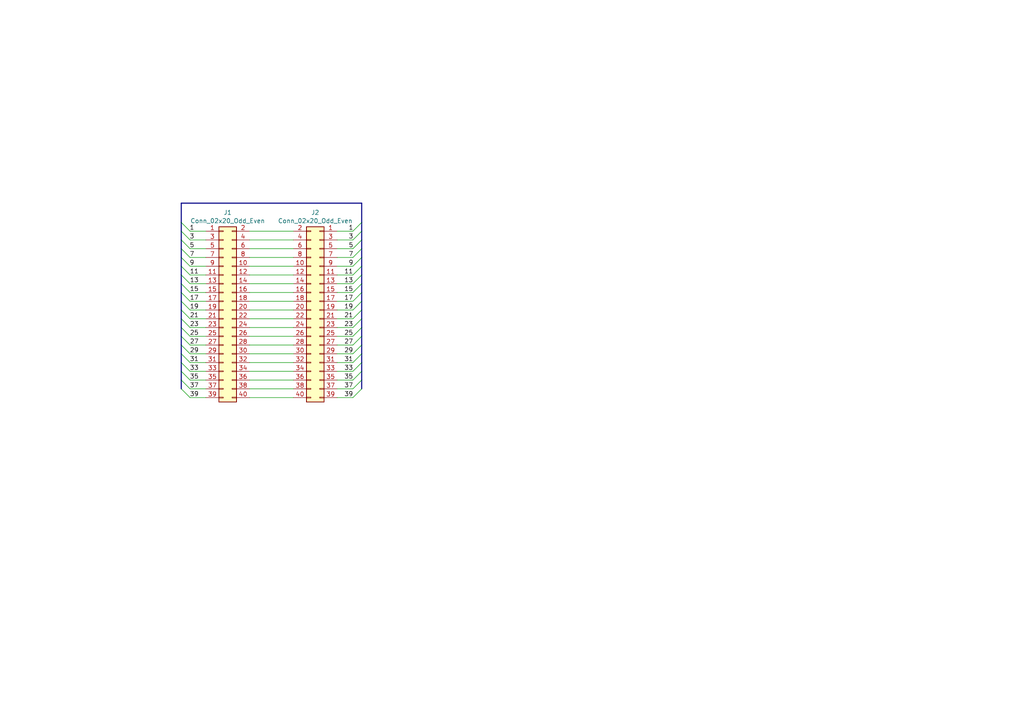
<source format=kicad_sch>
(kicad_sch (version 20231120) (generator "eeschema") (generator_version "8.0")
  (paper "A4")
  (lib_symbols
    (symbol "Connector_Generic:Conn_02x20_Odd_Even" (pin_names (offset 1.016) hide)
      (property "Reference" "J" (at 1.27 25.4 0))
      (property "Value" "Conn_02x20_Odd_Even" (at 1.27 -27.94 0))
      (symbol "Conn_02x20_Odd_Even_1_1"
        (rectangle (start -1.27 -25.273) (end 0 -25.527) (stroke (width 0.1524)))
        (rectangle (start -1.27 -22.733) (end 0 -22.987) (stroke (width 0.1524)))
        (rectangle (start -1.27 -20.193) (end 0 -20.447) (stroke (width 0.1524)))
        (rectangle (start -1.27 -17.653) (end 0 -17.907) (stroke (width 0.1524)))
        (rectangle (start -1.27 -15.113) (end 0 -15.367) (stroke (width 0.1524)))
        (rectangle (start -1.27 -12.573) (end 0 -12.827) (stroke (width 0.1524)))
        (rectangle (start -1.27 -10.033) (end 0 -10.287) (stroke (width 0.1524)))
        (rectangle (start -1.27 -7.493) (end 0 -7.747) (stroke (width 0.1524)))
        (rectangle (start -1.27 -4.953) (end 0 -5.207) (stroke (width 0.1524)))
        (rectangle (start -1.27 -2.413) (end 0 -2.667) (stroke (width 0.1524)))
        (rectangle (start -1.27 0.127) (end 0 -0.127) (stroke (width 0.1524)))
        (rectangle (start -1.27 2.667) (end 0 2.413) (stroke (width 0.1524)))
        (rectangle (start -1.27 5.207) (end 0 4.953) (stroke (width 0.1524)))
        (rectangle (start -1.27 7.747) (end 0 7.493) (stroke (width 0.1524)))
        (rectangle (start -1.27 10.287) (end 0 10.033) (stroke (width 0.1524)))
        (rectangle (start -1.27 12.827) (end 0 12.573) (stroke (width 0.1524)))
        (rectangle (start -1.27 15.367) (end 0 15.113) (stroke (width 0.1524)))
        (rectangle (start -1.27 17.907) (end 0 17.653) (stroke (width 0.1524)))
        (rectangle (start -1.27 20.447) (end 0 20.193) (stroke (width 0.1524)))
        (rectangle (start -1.27 22.987) (end 0 22.733) (stroke (width 0.1524)))
        (rectangle (start -1.27 24.13) (end 3.81 -26.67) (stroke (width 0.254)) (fill (type background)))
        (rectangle (start 3.81 -25.273) (end 2.54 -25.527) (stroke (width 0.1524)))
        (rectangle (start 3.81 -22.733) (end 2.54 -22.987) (stroke (width 0.1524)))
        (rectangle (start 3.81 -20.193) (end 2.54 -20.447) (stroke (width 0.1524)))
        (rectangle (start 3.81 -17.653) (end 2.54 -17.907) (stroke (width 0.1524)))
        (rectangle (start 3.81 -15.113) (end 2.54 -15.367) (stroke (width 0.1524)))
        (rectangle (start 3.81 -12.573) (end 2.54 -12.827) (stroke (width 0.1524)))
        (rectangle (start 3.81 -10.033) (end 2.54 -10.287) (stroke (width 0.1524)))
        (rectangle (start 3.81 -7.493) (end 2.54 -7.747) (stroke (width 0.1524)))
        (rectangle (start 3.81 -4.953) (end 2.54 -5.207) (stroke (width 0.1524)))
        (rectangle (start 3.81 -2.413) (end 2.54 -2.667) (stroke (width 0.1524)))
        (rectangle (start 3.81 0.127) (end 2.54 -0.127) (stroke (width 0.1524)))
        (rectangle (start 3.81 2.667) (end 2.54 2.413) (stroke (width 0.1524)))
        (rectangle (start 3.81 5.207) (end 2.54 4.953) (stroke (width 0.1524)))
        (rectangle (start 3.81 7.747) (end 2.54 7.493) (stroke (width 0.1524)))
        (rectangle (start 3.81 10.287) (end 2.54 10.033) (stroke (width 0.1524)))
        (rectangle (start 3.81 12.827) (end 2.54 12.573) (stroke (width 0.1524)))
        (rectangle (start 3.81 15.367) (end 2.54 15.113) (stroke (width 0.1524)))
        (rectangle (start 3.81 17.907) (end 2.54 17.653) (stroke (width 0.1524)))
        (rectangle (start 3.81 20.447) (end 2.54 20.193) (stroke (width 0.1524)))
        (rectangle (start 3.81 22.987) (end 2.54 22.733) (stroke (width 0.1524)))
        (pin passive line (at -5.08 22.86 0) (length 3.81) (name "Pin_1") (number "1"))
        (pin passive line (at 7.62 12.7 180) (length 3.81) (name "Pin_10") (number "10"))
        (pin passive line (at -5.08 10.16 0) (length 3.81) (name "Pin_11") (number "11"))
        (pin passive line (at 7.62 10.16 180) (length 3.81) (name "Pin_12") (number "12"))
        (pin passive line (at -5.08 7.62 0) (length 3.81) (name "Pin_13") (number "13"))
        (pin passive line (at 7.62 7.62 180) (length 3.81) (name "Pin_14") (number "14"))
        (pin passive line (at -5.08 5.08 0) (length 3.81) (name "Pin_15") (number "15"))
        (pin passive line (at 7.62 5.08 180) (length 3.81) (name "Pin_16") (number "16"))
        (pin passive line (at -5.08 2.54 0) (length 3.81) (name "Pin_17") (number "17"))
        (pin passive line (at 7.62 2.54 180) (length 3.81) (name "Pin_18") (number "18"))
        (pin passive line (at -5.08 0 0) (length 3.81) (name "Pin_19") (number "19"))
        (pin passive line (at 7.62 22.86 180) (length 3.81) (name "Pin_2") (number "2"))
        (pin passive line (at 7.62 0 180) (length 3.81) (name "Pin_20") (number "20"))
        (pin passive line (at -5.08 -2.54 0) (length 3.81) (name "Pin_21") (number "21"))
        (pin passive line (at 7.62 -2.54 180) (length 3.81) (name "Pin_22") (number "22"))
        (pin passive line (at -5.08 -5.08 0) (length 3.81) (name "Pin_23") (number "23"))
        (pin passive line (at 7.62 -5.08 180) (length 3.81) (name "Pin_24") (number "24"))
        (pin passive line (at -5.08 -7.62 0) (length 3.81) (name "Pin_25") (number "25"))
        (pin passive line (at 7.62 -7.62 180) (length 3.81) (name "Pin_26") (number "26"))
        (pin passive line (at -5.08 -10.16 0) (length 3.81) (name "Pin_27") (number "27"))
        (pin passive line (at 7.62 -10.16 180) (length 3.81) (name "Pin_28") (number "28"))
        (pin passive line (at -5.08 -12.7 0) (length 3.81) (name "Pin_29") (number "29"))
        (pin passive line (at -5.08 20.32 0) (length 3.81) (name "Pin_3") (number "3"))
        (pin passive line (at 7.62 -12.7 180) (length 3.81) (name "Pin_30") (number "30"))
        (pin passive line (at -5.08 -15.24 0) (length 3.81) (name "Pin_31") (number "31"))
        (pin passive line (at 7.62 -15.24 180) (length 3.81) (name "Pin_32") (number "32"))
        (pin passive line (at -5.08 -17.78 0) (length 3.81) (name "Pin_33") (number "33"))
        (pin passive line (at 7.62 -17.78 180) (length 3.81) (name "Pin_34") (number "34"))
        (pin passive line (at -5.08 -20.32 0) (length 3.81) (name "Pin_35") (number "35"))
        (pin passive line (at 7.62 -20.32 180) (length 3.81) (name "Pin_36") (number "36"))
        (pin passive line (at -5.08 -22.86 0) (length 3.81) (name "Pin_37") (number "37"))
        (pin passive line (at 7.62 -22.86 180) (length 3.81) (name "Pin_38") (number "38"))
        (pin passive line (at -5.08 -25.4 0) (length 3.81) (name "Pin_39") (number "39"))
        (pin passive line (at 7.62 20.32 180) (length 3.81) (name "Pin_4") (number "4"))
        (pin passive line (at 7.62 -25.4 180) (length 3.81) (name "Pin_40") (number "40"))
        (pin passive line (at -5.08 17.78 0) (length 3.81) (name "Pin_5") (number "5"))
        (pin passive line (at 7.62 17.78 180) (length 3.81) (name "Pin_6") (number "6"))
        (pin passive line (at -5.08 15.24 0) (length 3.81) (name "Pin_7") (number "7"))
        (pin passive line (at 7.62 15.24 180) (length 3.81) (name "Pin_8") (number "8"))
        (pin passive line (at -5.08 12.7 0) (length 3.81) (name "Pin_9") (number "9"))
      )
    )
  )
  (bus_entry (at 102.362 105.156) (size 2.54 -2.54))
  (bus_entry (at 102.362 107.696) (size 2.54 -2.54))
  (bus_entry (at 55.118 105.156) (size -2.54 -2.54))
  (bus_entry (at 55.118 112.776) (size -2.54 -2.54))
  (bus_entry (at 102.362 74.676) (size 2.54 -2.54))
  (bus_entry (at 55.118 77.216) (size -2.54 -2.54))
  (bus_entry (at 102.362 69.596) (size 2.54 -2.54))
  (bus_entry (at 55.118 107.696) (size -2.54 -2.54))
  (bus_entry (at 55.118 69.596) (size -2.54 -2.54))
  (bus_entry (at 55.118 74.676) (size -2.54 -2.54))
  (bus_entry (at 102.362 92.456) (size 2.54 -2.54))
  (bus_entry (at 55.118 72.136) (size -2.54 -2.54))
  (bus_entry (at 55.118 84.836) (size -2.54 -2.54))
  (bus_entry (at 55.118 100.076) (size -2.54 -2.54))
  (bus_entry (at 55.118 102.616) (size -2.54 -2.54))
  (bus_entry (at 102.362 97.536) (size 2.54 -2.54))
  (bus_entry (at 102.362 94.996) (size 2.54 -2.54))
  (bus_entry (at 55.118 89.916) (size -2.54 -2.54))
  (bus_entry (at 102.362 79.756) (size 2.54 -2.54))
  (bus_entry (at 55.118 97.536) (size -2.54 -2.54))
  (bus_entry (at 55.118 67.056) (size -2.54 -2.54))
  (bus_entry (at 55.118 94.996) (size -2.54 -2.54))
  (bus_entry (at 102.362 84.836) (size 2.54 -2.54))
  (bus_entry (at 102.362 77.216) (size 2.54 -2.54))
  (bus_entry (at 55.118 92.456) (size -2.54 -2.54))
  (bus_entry (at 102.362 110.236) (size 2.54 -2.54))
  (bus_entry (at 55.118 79.756) (size -2.54 -2.54))
  (bus_entry (at 55.118 87.376) (size -2.54 -2.54))
  (bus_entry (at 102.362 89.916) (size 2.54 -2.54))
  (bus_entry (at 55.118 110.236) (size -2.54 -2.54))
  (bus_entry (at 55.118 115.316) (size -2.54 -2.54))
  (bus_entry (at 102.362 102.616) (size 2.54 -2.54))
  (bus_entry (at 102.362 100.076) (size 2.54 -2.54))
  (bus_entry (at 102.362 82.296) (size 2.54 -2.54))
  (bus_entry (at 102.362 72.136) (size 2.54 -2.54))
  (bus_entry (at 102.362 87.376) (size 2.54 -2.54))
  (bus_entry (at 102.362 112.776) (size 2.54 -2.54))
  (bus_entry (at 55.118 82.296) (size -2.54 -2.54))
  (bus_entry (at 102.362 115.316) (size 2.54 -2.54))
  (bus_entry (at 102.362 67.056) (size 2.54 -2.54))
  (bus (pts (xy 104.902 107.696) (xy 104.902 110.236)))
  (bus (pts (xy 104.902 67.056) (xy 104.902 69.596)))
  (wire (pts (xy 97.79 79.756) (xy 102.362 79.756)))
  (wire (pts (xy 59.69 84.836) (xy 55.118 84.836)))
  (wire (pts (xy 59.69 105.156) (xy 55.118 105.156)))
  (bus (pts (xy 52.578 87.376) (xy 52.578 84.836)))
  (bus (pts (xy 104.902 87.376) (xy 104.902 89.916)))
  (wire (pts (xy 59.69 72.136) (xy 55.118 72.136)))
  (wire (pts (xy 97.79 102.616) (xy 102.362 102.616)))
  (wire (pts (xy 59.69 82.296) (xy 55.118 82.296)))
  (wire (pts (xy 72.39 84.836) (xy 85.09 84.836)))
  (bus (pts (xy 104.902 100.076) (xy 104.902 102.616)))
  (wire (pts (xy 97.79 112.776) (xy 102.362 112.776)))
  (wire (pts (xy 59.69 89.916) (xy 55.118 89.916)))
  (wire (pts (xy 97.79 67.056) (xy 102.362 67.056)))
  (wire (pts (xy 72.39 94.996) (xy 85.09 94.996)))
  (bus (pts (xy 104.902 58.928) (xy 104.902 64.516)))
  (wire (pts (xy 59.69 92.456) (xy 55.118 92.456)))
  (bus (pts (xy 104.902 69.596) (xy 104.902 72.136)))
  (bus (pts (xy 104.902 72.136) (xy 104.902 74.676)))
  (bus (pts (xy 52.578 92.456) (xy 52.578 89.916)))
  (bus (pts (xy 104.902 89.916) (xy 104.902 92.456)))
  (wire (pts (xy 72.39 69.596) (xy 85.09 69.596)))
  (wire (pts (xy 59.69 69.596) (xy 55.118 69.596)))
  (wire (pts (xy 72.39 112.776) (xy 85.09 112.776)))
  (wire (pts (xy 59.69 87.376) (xy 55.118 87.376)))
  (wire (pts (xy 72.39 107.696) (xy 85.09 107.696)))
  (wire (pts (xy 97.79 69.596) (xy 102.362 69.596)))
  (wire (pts (xy 72.39 74.676) (xy 85.09 74.676)))
  (wire (pts (xy 97.79 97.536) (xy 102.362 97.536)))
  (wire (pts (xy 59.69 97.536) (xy 55.118 97.536)))
  (bus (pts (xy 52.578 89.916) (xy 52.578 87.376)))
  (bus (pts (xy 104.902 110.236) (xy 104.902 112.776)))
  (wire (pts (xy 59.69 74.676) (xy 55.118 74.676)))
  (bus (pts (xy 52.578 79.756) (xy 52.578 77.216)))
  (bus (pts (xy 52.578 74.676) (xy 52.578 72.136)))
  (wire (pts (xy 97.79 87.376) (xy 102.362 87.376)))
  (wire (pts (xy 72.39 82.296) (xy 85.09 82.296)))
  (bus (pts (xy 104.902 82.296) (xy 104.902 84.836)))
  (wire (pts (xy 59.69 115.316) (xy 55.118 115.316)))
  (wire (pts (xy 97.79 89.916) (xy 102.362 89.916)))
  (wire (pts (xy 72.39 87.376) (xy 85.09 87.376)))
  (bus (pts (xy 104.902 64.516) (xy 104.902 67.056)))
  (wire (pts (xy 72.39 92.456) (xy 85.09 92.456)))
  (bus (pts (xy 52.578 64.516) (xy 52.578 58.928)))
  (bus (pts (xy 104.902 79.756) (xy 104.902 82.296)))
  (bus (pts (xy 52.578 105.156) (xy 52.578 102.616)))
  (wire (pts (xy 72.39 105.156) (xy 85.09 105.156)))
  (bus (pts (xy 52.578 112.776) (xy 52.578 110.236)))
  (wire (pts (xy 97.79 84.836) (xy 102.362 84.836)))
  (bus (pts (xy 104.902 84.836) (xy 104.902 87.376)))
  (bus (pts (xy 104.902 94.996) (xy 104.902 97.536)))
  (wire (pts (xy 59.69 107.696) (xy 55.118 107.696)))
  (bus (pts (xy 104.902 105.156) (xy 104.902 107.696)))
  (wire (pts (xy 97.79 105.156) (xy 102.362 105.156)))
  (bus (pts (xy 52.578 58.928) (xy 104.902 58.928)))
  (wire (pts (xy 97.79 77.216) (xy 102.362 77.216)))
  (bus (pts (xy 104.902 102.616) (xy 104.902 105.156)))
  (wire (pts (xy 59.69 94.996) (xy 55.118 94.996)))
  (bus (pts (xy 52.578 102.616) (xy 52.578 100.076)))
  (wire (pts (xy 97.79 92.456) (xy 102.362 92.456)))
  (wire (pts (xy 72.39 67.056) (xy 85.09 67.056)))
  (wire (pts (xy 59.69 67.056) (xy 55.118 67.056)))
  (wire (pts (xy 97.79 100.076) (xy 102.362 100.076)))
  (bus (pts (xy 52.578 69.596) (xy 52.578 67.056)))
  (wire (pts (xy 59.69 110.236) (xy 55.118 110.236)))
  (wire (pts (xy 97.79 72.136) (xy 102.362 72.136)))
  (bus (pts (xy 52.578 82.296) (xy 52.578 79.756)))
  (bus (pts (xy 52.578 100.076) (xy 52.578 97.536)))
  (wire (pts (xy 72.39 72.136) (xy 85.09 72.136)))
  (wire (pts (xy 59.69 79.756) (xy 55.118 79.756)))
  (wire (pts (xy 97.79 115.316) (xy 102.362 115.316)))
  (bus (pts (xy 104.902 92.456) (xy 104.902 94.996)))
  (bus (pts (xy 52.578 97.536) (xy 52.578 94.996)))
  (wire (pts (xy 59.69 100.076) (xy 55.118 100.076)))
  (wire (pts (xy 59.69 102.616) (xy 55.118 102.616)))
  (wire (pts (xy 72.39 79.756) (xy 85.09 79.756)))
  (bus (pts (xy 52.578 67.056) (xy 52.578 64.516)))
  (wire (pts (xy 72.39 89.916) (xy 85.09 89.916)))
  (bus (pts (xy 52.578 72.136) (xy 52.578 69.596)))
  (wire (pts (xy 72.39 100.076) (xy 85.09 100.076)))
  (bus (pts (xy 52.578 110.236) (xy 52.578 107.696)))
  (wire (pts (xy 72.39 97.536) (xy 85.09 97.536)))
  (wire (pts (xy 97.79 94.996) (xy 102.362 94.996)))
  (wire (pts (xy 72.39 102.616) (xy 85.09 102.616)))
  (wire (pts (xy 59.69 77.216) (xy 55.118 77.216)))
  (wire (pts (xy 97.79 74.676) (xy 102.362 74.676)))
  (bus (pts (xy 52.578 84.836) (xy 52.578 82.296)))
  (wire (pts (xy 97.79 82.296) (xy 102.362 82.296)))
  (wire (pts (xy 72.39 77.216) (xy 85.09 77.216)))
  (bus (pts (xy 52.578 77.216) (xy 52.578 74.676)))
  (wire (pts (xy 97.79 110.236) (xy 102.362 110.236)))
  (bus (pts (xy 52.578 107.696) (xy 52.578 105.156)))
  (wire (pts (xy 59.69 112.776) (xy 55.118 112.776)))
  (wire (pts (xy 72.39 110.236) (xy 85.09 110.236)))
  (wire (pts (xy 72.39 115.316) (xy 85.09 115.316)))
  (wire (pts (xy 97.79 107.696) (xy 102.362 107.696)))
  (bus (pts (xy 52.578 94.996) (xy 52.578 92.456)))
  (bus (pts (xy 104.902 74.676) (xy 104.902 77.216)))
  (bus (pts (xy 104.902 97.536) (xy 104.902 100.076)))
  (bus (pts (xy 104.902 77.216) (xy 104.902 79.756)))
  (label "1" (at 101.092 67.056 0))
  (label "19" (at 99.822 89.916 0))
  (label "21" (at 57.658 92.456 180))
  (label "29" (at 99.822 102.616 0))
  (label "7" (at 56.388 74.676 180))
  (label "17" (at 99.822 87.376 0))
  (label "15" (at 99.822 84.836 0))
  (label "27" (at 99.822 100.076 0))
  (label "1" (at 56.388 67.056 180))
  (label "3" (at 56.388 69.596 180))
  (label "9" (at 56.388 77.216 180))
  (label "25" (at 57.658 97.536 180))
  (label "5" (at 101.092 72.136 0))
  (label "7" (at 101.092 74.676 0))
  (label "37" (at 57.658 112.776 180))
  (label "17" (at 57.658 87.376 180))
  (label "23" (at 57.658 94.996 180))
  (label "5" (at 56.388 72.136 180))
  (label "11" (at 57.658 79.756 180))
  (label "31" (at 57.658 105.156 180))
  (label "33" (at 57.658 107.696 180))
  (label "39" (at 99.822 115.316 0))
  (label "3" (at 101.092 69.596 0))
  (label "13" (at 99.822 82.296 0))
  (label "15" (at 57.658 84.836 180))
  (label "29" (at 57.658 102.616 180))
  (label "13" (at 57.658 82.296 180))
  (label "27" (at 57.658 100.076 180))
  (label "37" (at 99.822 112.776 0))
  (label "35" (at 57.658 110.236 180))
  (label "11" (at 99.822 79.756 0))
  (label "33" (at 99.822 107.696 0))
  (label "19" (at 57.658 89.916 180))
  (label "31" (at 99.822 105.156 0))
  (label "39" (at 57.658 115.316 180))
  (label "9" (at 101.092 77.216 0))
  (label "25" (at 99.822 97.536 0))
  (label "35" (at 99.822 110.236 0))
  (label "23" (at 99.822 94.996 0))
  (label "21" (at 99.822 92.456 0))
  (symbol (lib_id "Connector_Generic:Conn_02x20_Odd_Even") (at 64.77 89.916 0) (unit 1)
    (property "Reference" "J1" (at 66.04 61.6415 0))
    (property "Value" "Conn_02x20_Odd_Even" (at 66.04 64.0658 0))
    (property "Footprint" "Connector_PinSocket_2.54mm:PinSocket_2x20_P2.54mm_Vertical" (effects (hide yes)))
    (property "Description" "Generic connector, double row, 02x20, odd/even pin numbering scheme (row 1 odd numbers, row 2 even numbers), script generated (kicad-library-utils/schlib/autogen/connector/)" (effects (hide yes)))
  )
  (symbol (lib_id "Connector_Generic:Conn_02x20_Odd_Even") (at 92.71 89.916 0) (mirror y) (unit 1)
    (property "Reference" "J2" (at 91.44 61.6415 0))
    (property "Value" "Conn_02x20_Odd_Even" (at 91.44 64.0658 0))
    (property "Footprint" "Connector_PinSocket_2.54mm:PinSocket_2x20_P2.54mm_Vertical" (effects (hide yes)))
    (property "Description" "Generic connector, double row, 02x20, odd/even pin numbering scheme (row 1 odd numbers, row 2 even numbers), script generated (kicad-library-utils/schlib/autogen/connector/)" (effects (hide yes)))
  )
)
</source>
